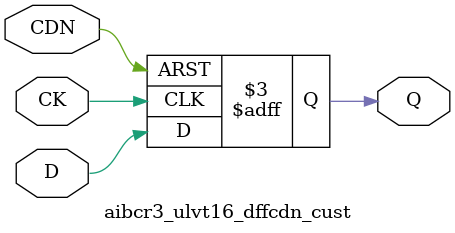
<source format=v>
module aibcr3_ulvt16_dffcdn_cust ( 
	input wire CK,
	input wire CDN,
	input wire D,
	output reg Q
);

always@(posedge CK or negedge CDN) begin
	if (!CDN) begin
		Q <= 1'b0;
	end
	else begin
		Q <= D;
	end
end
endmodule




</source>
